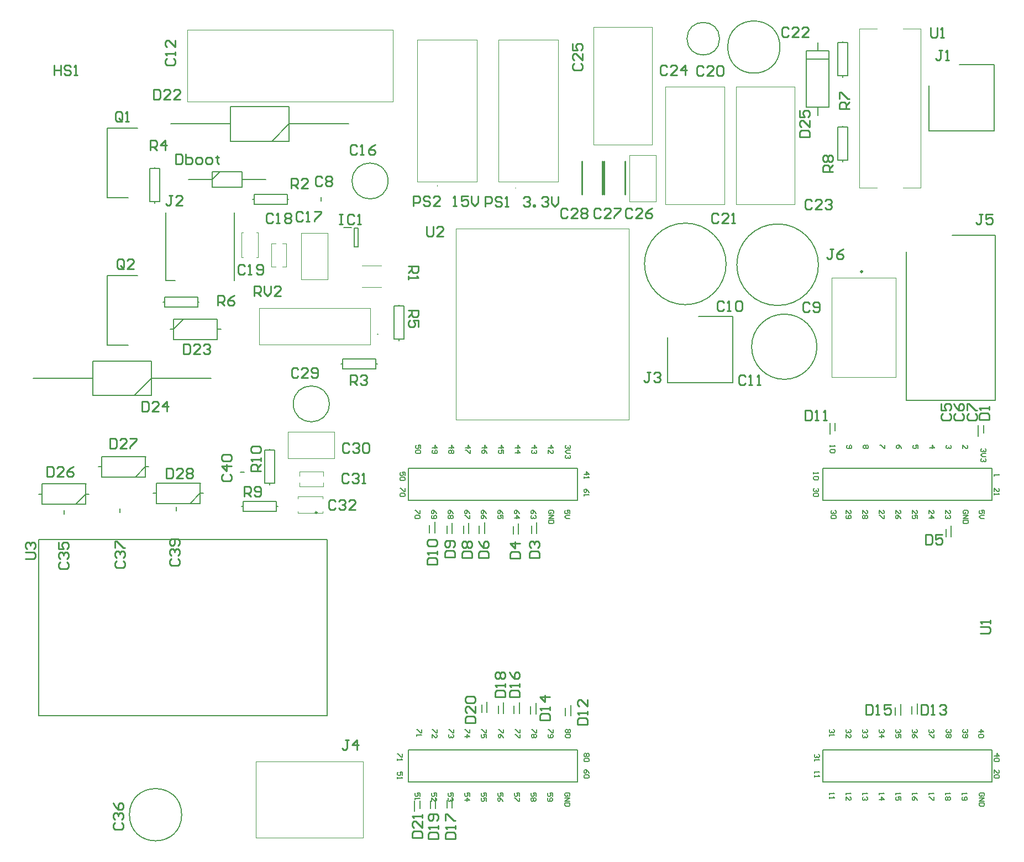
<source format=gto>
G04*
G04 #@! TF.GenerationSoftware,Altium Limited,Altium Designer,20.0.13 (296)*
G04*
G04 Layer_Color=65535*
%FSLAX24Y24*%
%MOIN*%
G70*
G01*
G75*
%ADD10C,0.0098*%
%ADD11C,0.0079*%
%ADD12C,0.0039*%
%ADD13C,0.0118*%
%ADD14C,0.0100*%
%ADD15C,0.0070*%
D10*
X18699Y20043D02*
G03*
X18699Y20043I-49J0D01*
G01*
D11*
X25961Y39733D02*
G03*
X25961Y39772I0J20D01*
G01*
D02*
G03*
X25961Y39733I0J-20D01*
G01*
X46625Y48139D02*
G03*
X46625Y48139I-1575J0D01*
G01*
X48853Y30050D02*
G03*
X48853Y30050I-1969J0D01*
G01*
X43376Y35050D02*
G03*
X43376Y35050I-2461J0D01*
G01*
X48945Y35000D02*
G03*
X48945Y35000I-2461J0D01*
G01*
X42984Y48644D02*
G03*
X42984Y48644I-984J0D01*
G01*
X10536Y1800D02*
G03*
X10536Y1800I-1575J0D01*
G01*
X22983Y40056D02*
G03*
X22983Y40056I-1083J0D01*
G01*
X19439Y26600D02*
G03*
X19439Y26600I-1083J0D01*
G01*
X22373Y30800D02*
G03*
X22333Y30800I-20J0D01*
G01*
D02*
G03*
X22373Y30800I20J0D01*
G01*
D02*
G03*
X22333Y30800I-20J0D01*
G01*
X18950Y38832D02*
Y39068D01*
X20322Y37241D02*
X20794D01*
X20932Y36079D02*
Y37221D01*
Y36079D02*
X21168D01*
Y37221D01*
X20932D02*
X21168D01*
X49200Y20775D02*
Y22725D01*
X59400D01*
Y20775D02*
Y22725D01*
X49200Y20775D02*
X59400D01*
X49200Y3775D02*
Y5725D01*
X59400D01*
Y3775D02*
Y5725D01*
X49200Y3775D02*
X59400D01*
X24200D02*
Y5725D01*
X34400D01*
Y3775D02*
Y5725D01*
X24200Y3775D02*
X34400D01*
X24200Y20775D02*
Y22725D01*
X34400D01*
Y20775D02*
Y22725D01*
X24200Y20775D02*
X34400D01*
X1899Y7787D02*
Y18417D01*
Y7787D02*
X19301D01*
Y18417D01*
X1899D02*
X19301D01*
X6041Y39050D02*
X7311D01*
X6041D02*
Y43250D01*
X7892D01*
X6030Y30150D02*
X7300D01*
X6030D02*
Y34350D01*
X7881D01*
X50400Y43300D02*
Y43390D01*
Y41210D02*
Y41300D01*
Y43300D02*
X50700D01*
Y41300D02*
Y43300D01*
X50100Y41300D02*
X50700D01*
X50100D02*
Y43300D01*
X50400D01*
X48900Y47900D02*
Y48400D01*
Y44000D02*
Y44500D01*
X49587D02*
Y47900D01*
X48213D02*
X49587D01*
X48213Y44500D02*
Y47900D01*
Y44500D02*
X49587D01*
X48213Y47400D02*
X49587D01*
X50400Y48400D02*
Y48490D01*
Y46310D02*
Y46400D01*
Y48400D02*
X50700D01*
Y46400D02*
Y48400D01*
X50100Y46400D02*
X50700D01*
X50100D02*
Y48400D01*
X50400D01*
X55600Y43091D02*
Y45800D01*
Y43091D02*
X59537D01*
Y47087D01*
X57450D02*
X59537D01*
X49957Y24964D02*
Y25436D01*
X49643Y24781D02*
Y25436D01*
X58907Y24839D02*
Y25312D01*
X58593Y24656D02*
Y25312D01*
X23650Y30410D02*
Y30500D01*
Y32500D02*
Y32590D01*
X23350Y30500D02*
X23650D01*
X23350D02*
Y32500D01*
X23950D01*
Y30500D02*
Y32500D01*
X23650Y30500D02*
X23950D01*
X15850Y21800D02*
X16150D01*
Y23800D01*
X15550D02*
X16150D01*
X15550Y21800D02*
Y23800D01*
Y21800D02*
X15850D01*
Y23800D02*
Y23890D01*
Y21710D02*
Y21800D01*
X14250Y20100D02*
Y20400D01*
Y20100D02*
X16250D01*
Y20700D01*
X14250D02*
X16250D01*
X14250Y20400D02*
Y20700D01*
X16250Y20400D02*
X16340D01*
X14160D02*
X14250D01*
X14082Y22465D02*
X14318D01*
X12679Y31100D02*
X12900D01*
X9850D02*
X10041D01*
X10651Y31710D01*
X10041Y30490D02*
Y31710D01*
X10036Y30480D02*
X12674D01*
X12679Y30490D02*
Y31710D01*
X10041D02*
X12679D01*
X1581Y28150D02*
X5173D01*
X8717D02*
X12309D01*
X7673Y27107D02*
X8717Y28150D01*
Y27107D02*
Y29193D01*
X5173D02*
X8717D01*
X5173Y27107D02*
Y29193D01*
Y27107D02*
X8717D01*
X31643Y18788D02*
Y19261D01*
X31957Y18788D02*
Y19444D01*
X30543Y18738D02*
Y19211D01*
X30857Y18738D02*
Y19394D01*
X56643Y18589D02*
Y19062D01*
X56957Y18589D02*
Y19245D01*
X28493Y18789D02*
Y19262D01*
X28807Y18789D02*
Y19445D01*
X27543Y18764D02*
Y19236D01*
X27857Y18764D02*
Y19419D01*
X26543Y18764D02*
Y19236D01*
X26857Y18764D02*
Y19419D01*
X25493Y18814D02*
Y19286D01*
X25807Y18814D02*
Y19469D01*
X26543Y2214D02*
Y2686D01*
X26857Y2214D02*
Y2869D01*
X25543Y2188D02*
Y2661D01*
X25857Y2188D02*
Y2844D01*
X24907Y2188D02*
Y2661D01*
X24593Y2005D02*
Y2661D01*
X28643Y7964D02*
Y8436D01*
X28957Y7964D02*
Y8619D01*
X29643Y7914D02*
Y8386D01*
X29957Y7914D02*
Y8569D01*
X30593Y7914D02*
Y8386D01*
X30907Y7914D02*
Y8569D01*
X31593Y7888D02*
Y8361D01*
X31907Y7888D02*
Y8544D01*
X33693Y7764D02*
Y8236D01*
X34007Y7764D02*
Y8419D01*
X54593Y7864D02*
Y8336D01*
X54907Y7864D02*
Y8519D01*
X53593Y7814D02*
Y8286D01*
X53907Y7814D02*
Y8469D01*
X39850Y27891D02*
Y30600D01*
Y27891D02*
X43787D01*
Y31887D01*
X41700D02*
X43787D01*
X3450Y19932D02*
Y20168D01*
X6800Y20032D02*
Y20268D01*
X8800Y21200D02*
X9021D01*
X11659D02*
X11850D01*
X11049Y20590D02*
X11659Y21200D01*
Y20590D02*
Y21810D01*
X9026Y21820D02*
X11664D01*
X9021Y20590D02*
Y21810D01*
Y20590D02*
X11659D01*
X5721Y22190D02*
X8359D01*
X5721D02*
Y23410D01*
X5726Y23420D02*
X8364D01*
X8359Y22190D02*
Y23410D01*
X7749Y22190D02*
X8359Y22800D01*
X8550D01*
X5500D02*
X5721D01*
X1900Y21150D02*
X2121D01*
X4759D02*
X4950D01*
X4149Y20540D02*
X4759Y21150D01*
Y20540D02*
Y21760D01*
X2126Y21770D02*
X4764D01*
X2121Y20540D02*
Y21760D01*
Y20540D02*
X4759D01*
X10200Y20132D02*
Y20368D01*
X57000Y36771D02*
X59598D01*
Y26803D02*
Y36771D01*
X54244Y26803D02*
X59598D01*
X54244D02*
Y35787D01*
X20160Y29000D02*
X20250D01*
X22250D02*
X22340D01*
X20250D02*
Y29300D01*
X22250D01*
Y28700D02*
Y29300D01*
X20250Y28700D02*
X22250D01*
X20250D02*
Y29000D01*
X11500Y32750D02*
X11590D01*
X9410D02*
X9500D01*
X11500Y32450D02*
Y32750D01*
X9500Y32450D02*
X11500D01*
X9500D02*
Y33050D01*
X11500D01*
Y32750D02*
Y33050D01*
X14810Y38950D02*
X14900D01*
X16900D02*
X16990D01*
X14900D02*
Y39250D01*
X16900D01*
Y38650D02*
Y39250D01*
X14900Y38650D02*
X16900D01*
X14900D02*
Y38950D01*
X13473Y42457D02*
X17017D01*
X13473D02*
Y44543D01*
X17017D01*
Y42457D02*
Y44543D01*
X15973Y42457D02*
X17017Y43500D01*
X20609D01*
X9881D02*
X13473D01*
X12363Y40618D02*
X14186D01*
Y39682D02*
Y40618D01*
X12363Y39682D02*
X14186D01*
X12363D02*
Y40618D01*
Y40150D02*
X12830Y40618D01*
X10947Y40150D02*
X12363D01*
X14186D02*
X15602D01*
X8600Y40800D02*
X8900D01*
X8600Y38800D02*
Y40800D01*
Y38800D02*
X9200D01*
Y40800D01*
X8900D02*
X9200D01*
X8900Y38710D02*
Y38800D01*
Y40800D02*
Y40890D01*
X13709Y34041D02*
Y38159D01*
X9591Y34041D02*
Y38159D01*
Y34041D02*
X10150D01*
D12*
X30664Y39619D02*
G03*
X30703Y39619I20J0D01*
G01*
D02*
G03*
X30664Y39619I-20J0D01*
G01*
X15018Y429D02*
X21482D01*
X15018D02*
Y5004D01*
X21482D01*
Y429D02*
Y5004D01*
X16950Y23299D02*
X19750D01*
X16950D02*
Y24901D01*
X19750D01*
Y23299D02*
Y24901D01*
X17657Y22247D02*
Y22503D01*
X19074D01*
Y22247D02*
Y22503D01*
X17657Y21597D02*
Y21853D01*
Y21597D02*
X19074D01*
Y21853D01*
X17550Y20894D02*
Y21000D01*
X19050D01*
Y20894D02*
Y21000D01*
X17550Y20000D02*
Y20106D01*
Y20000D02*
X19050D01*
Y20106D01*
X27083Y25632D02*
X37517D01*
X27083D02*
Y37168D01*
X37517D01*
Y25632D02*
Y37168D01*
X10886Y44835D02*
Y49165D01*
X23287D01*
Y44835D02*
Y49165D01*
X10886Y44835D02*
X23287D01*
X24740Y40009D02*
X28362D01*
Y48591D01*
X24740D02*
X28362D01*
X24740Y40009D02*
Y48591D01*
X29640Y40009D02*
X33262D01*
Y48591D01*
X29640D02*
X33262D01*
X29640Y40009D02*
Y48591D01*
X35378Y49346D02*
X38922D01*
X35378Y42259D02*
Y49346D01*
Y42259D02*
X38922D01*
Y49346D01*
X37549Y41600D02*
X39151D01*
X37549Y38800D02*
Y41600D01*
Y38800D02*
X39151D01*
Y41600D01*
X43978Y45741D02*
X47522D01*
X43978Y38654D02*
Y45741D01*
Y38654D02*
X47522D01*
Y45741D01*
X51400Y39646D02*
X52463D01*
X51400D02*
Y49252D01*
X52463D01*
X54037Y39646D02*
X55100D01*
Y49252D01*
X54037D02*
X55100D01*
X21409Y33641D02*
X22591D01*
X21409Y34959D02*
X22591D01*
X15044Y36950D02*
X15150D01*
Y35450D02*
Y36950D01*
X15044Y35450D02*
X15150D01*
X14150Y36950D02*
X14256D01*
X14150Y35450D02*
Y36950D01*
Y35450D02*
X14256D01*
X17749Y36900D02*
X19351D01*
X17749Y34100D02*
Y36900D01*
Y34100D02*
X19351D01*
Y36900D01*
X16597Y36293D02*
X16853D01*
Y34876D02*
Y36293D01*
X16597Y34876D02*
X16853D01*
X15947Y36293D02*
X16203D01*
X15947Y34876D02*
Y36293D01*
Y34876D02*
X16203D01*
X43272Y38659D02*
Y45746D01*
X39728Y38659D02*
X43272D01*
X39728D02*
Y45746D01*
X43272D01*
X53597Y28200D02*
Y34200D01*
X49739Y28200D02*
X53597D01*
X49739D02*
Y34200D01*
X53597D01*
X15227Y30190D02*
X21920D01*
X15227D02*
Y32394D01*
X21920D01*
Y30190D02*
Y32394D01*
D13*
X51550Y34546D02*
G03*
X51550Y34625I0J39D01*
G01*
D02*
G03*
X51550Y34546I0J-39D01*
G01*
D14*
X35926Y39250D02*
Y41250D01*
X34674Y39250D02*
Y41250D01*
X37276Y39250D02*
Y41250D01*
X36024Y39250D02*
Y41250D01*
X19000Y40250D02*
X18900Y40350D01*
X18700D01*
X18600Y40250D01*
Y39850D01*
X18700Y39750D01*
X18900D01*
X19000Y39850D01*
X19200Y40250D02*
X19300Y40350D01*
X19500D01*
X19600Y40250D01*
Y40150D01*
X19500Y40050D01*
X19600Y39950D01*
Y39850D01*
X19500Y39750D01*
X19300D01*
X19200Y39850D01*
Y39950D01*
X19300Y40050D01*
X19200Y40150D01*
Y40250D01*
X19300Y40050D02*
X19500D01*
X20050Y38050D02*
X20250D01*
X20150D01*
Y37450D01*
X20050D01*
X20250D01*
X20950Y37950D02*
X20850Y38050D01*
X20650D01*
X20550Y37950D01*
Y37550D01*
X20650Y37450D01*
X20850D01*
X20950Y37550D01*
X21150Y37450D02*
X21350D01*
X21250D01*
Y38050D01*
X21150Y37950D01*
X20600Y6300D02*
X20400D01*
X20500D01*
Y5800D01*
X20400Y5700D01*
X20300D01*
X20200Y5800D01*
X21100Y5700D02*
Y6300D01*
X20800Y6000D01*
X21200D01*
X58700Y12750D02*
X59200D01*
X59300Y12850D01*
Y13050D01*
X59200Y13150D01*
X58700D01*
X59300Y13350D02*
Y13550D01*
Y13450D01*
X58700D01*
X58800Y13350D01*
X20650Y24150D02*
X20550Y24250D01*
X20350D01*
X20250Y24150D01*
Y23750D01*
X20350Y23650D01*
X20550D01*
X20650Y23750D01*
X20850Y24150D02*
X20950Y24250D01*
X21150D01*
X21250Y24150D01*
Y24050D01*
X21150Y23950D01*
X21050D01*
X21150D01*
X21250Y23850D01*
Y23750D01*
X21150Y23650D01*
X20950D01*
X20850Y23750D01*
X21450Y24150D02*
X21550Y24250D01*
X21750D01*
X21850Y24150D01*
Y23750D01*
X21750Y23650D01*
X21550D01*
X21450Y23750D01*
Y24150D01*
X20600Y22300D02*
X20500Y22400D01*
X20300D01*
X20200Y22300D01*
Y21900D01*
X20300Y21800D01*
X20500D01*
X20600Y21900D01*
X20800Y22300D02*
X20900Y22400D01*
X21100D01*
X21200Y22300D01*
Y22200D01*
X21100Y22100D01*
X21000D01*
X21100D01*
X21200Y22000D01*
Y21900D01*
X21100Y21800D01*
X20900D01*
X20800Y21900D01*
X21400Y21800D02*
X21600D01*
X21500D01*
Y22400D01*
X21400Y22300D01*
X19800Y20700D02*
X19700Y20800D01*
X19500D01*
X19400Y20700D01*
Y20300D01*
X19500Y20200D01*
X19700D01*
X19800Y20300D01*
X20000Y20700D02*
X20100Y20800D01*
X20300D01*
X20400Y20700D01*
Y20600D01*
X20300Y20500D01*
X20200D01*
X20300D01*
X20400Y20400D01*
Y20300D01*
X20300Y20200D01*
X20100D01*
X20000Y20300D01*
X21000Y20200D02*
X20600D01*
X21000Y20600D01*
Y20700D01*
X20900Y20800D01*
X20700D01*
X20600Y20700D01*
X1100Y17250D02*
X1600D01*
X1700Y17350D01*
Y17550D01*
X1600Y17650D01*
X1100D01*
X1200Y17850D02*
X1100Y17950D01*
Y18150D01*
X1200Y18250D01*
X1300D01*
X1400Y18150D01*
Y18050D01*
Y18150D01*
X1500Y18250D01*
X1600D01*
X1700Y18150D01*
Y17950D01*
X1600Y17850D01*
X6950Y43750D02*
Y44150D01*
X6850Y44250D01*
X6650D01*
X6550Y44150D01*
Y43750D01*
X6650Y43650D01*
X6850D01*
X6750Y43850D02*
X6950Y43650D01*
X6850D02*
X6950Y43750D01*
X7150Y43650D02*
X7350D01*
X7250D01*
Y44250D01*
X7150Y44150D01*
X7050Y34850D02*
Y35250D01*
X6950Y35350D01*
X6750D01*
X6650Y35250D01*
Y34850D01*
X6750Y34750D01*
X6950D01*
X6850Y34950D02*
X7050Y34750D01*
X6950D02*
X7050Y34850D01*
X7650Y34750D02*
X7250D01*
X7650Y35150D01*
Y35250D01*
X7550Y35350D01*
X7350D01*
X7250Y35250D01*
X25300Y37300D02*
Y36800D01*
X25400Y36700D01*
X25600D01*
X25700Y36800D01*
Y37300D01*
X26300Y36700D02*
X25900D01*
X26300Y37100D01*
Y37200D01*
X26200Y37300D01*
X26000D01*
X25900Y37200D01*
X2850Y47050D02*
Y46450D01*
Y46750D01*
X3250D01*
Y47050D01*
Y46450D01*
X3850Y46950D02*
X3750Y47050D01*
X3550D01*
X3450Y46950D01*
Y46850D01*
X3550Y46750D01*
X3750D01*
X3850Y46650D01*
Y46550D01*
X3750Y46450D01*
X3550D01*
X3450Y46550D01*
X4050Y46450D02*
X4250D01*
X4150D01*
Y47050D01*
X4050Y46950D01*
X9650Y47450D02*
X9550Y47350D01*
Y47150D01*
X9650Y47050D01*
X10050D01*
X10150Y47150D01*
Y47350D01*
X10050Y47450D01*
X10150Y47650D02*
Y47850D01*
Y47750D01*
X9550D01*
X9650Y47650D01*
X10150Y48550D02*
Y48150D01*
X9750Y48550D01*
X9650D01*
X9550Y48450D01*
Y48250D01*
X9650Y48150D01*
X24501Y38550D02*
Y39150D01*
X24801D01*
X24901Y39050D01*
Y38850D01*
X24801Y38750D01*
X24501D01*
X25500Y39050D02*
X25400Y39150D01*
X25200D01*
X25100Y39050D01*
Y38950D01*
X25200Y38850D01*
X25400D01*
X25500Y38750D01*
Y38650D01*
X25400Y38550D01*
X25200D01*
X25100Y38650D01*
X26100Y38550D02*
X25700D01*
X26100Y38950D01*
Y39050D01*
X26000Y39150D01*
X25800D01*
X25700Y39050D01*
X26900Y38550D02*
X27100D01*
X27000D01*
Y39150D01*
X26900Y39050D01*
X27800Y39150D02*
X27400D01*
Y38850D01*
X27600Y38950D01*
X27700D01*
X27800Y38850D01*
Y38650D01*
X27700Y38550D01*
X27500D01*
X27400Y38650D01*
X27999Y39150D02*
Y38750D01*
X28199Y38550D01*
X28399Y38750D01*
Y39150D01*
X28851Y38500D02*
Y39100D01*
X29151D01*
X29251Y39000D01*
Y38800D01*
X29151Y38700D01*
X28851D01*
X29850Y39000D02*
X29750Y39100D01*
X29550D01*
X29451Y39000D01*
Y38900D01*
X29550Y38800D01*
X29750D01*
X29850Y38700D01*
Y38600D01*
X29750Y38500D01*
X29550D01*
X29451Y38600D01*
X30050Y38500D02*
X30250D01*
X30150D01*
Y39100D01*
X30050Y39000D01*
X31150D02*
X31250Y39100D01*
X31450D01*
X31550Y39000D01*
Y38900D01*
X31450Y38800D01*
X31350D01*
X31450D01*
X31550Y38700D01*
Y38600D01*
X31450Y38500D01*
X31250D01*
X31150Y38600D01*
X31750Y38500D02*
Y38600D01*
X31850D01*
Y38500D01*
X31750D01*
X32250Y39000D02*
X32350Y39100D01*
X32550D01*
X32649Y39000D01*
Y38900D01*
X32550Y38800D01*
X32450D01*
X32550D01*
X32649Y38700D01*
Y38600D01*
X32550Y38500D01*
X32350D01*
X32250Y38600D01*
X32849Y39100D02*
Y38700D01*
X33049Y38500D01*
X33249Y38700D01*
Y39100D01*
X34200Y47150D02*
X34100Y47050D01*
Y46850D01*
X34200Y46750D01*
X34600D01*
X34700Y46850D01*
Y47050D01*
X34600Y47150D01*
X34700Y47750D02*
Y47350D01*
X34300Y47750D01*
X34200D01*
X34100Y47650D01*
Y47450D01*
X34200Y47350D01*
X34100Y48350D02*
Y47950D01*
X34400D01*
X34300Y48150D01*
Y48250D01*
X34400Y48350D01*
X34600D01*
X34700Y48250D01*
Y48050D01*
X34600Y47950D01*
X33800Y38300D02*
X33700Y38400D01*
X33500D01*
X33400Y38300D01*
Y37900D01*
X33500Y37800D01*
X33700D01*
X33800Y37900D01*
X34400Y37800D02*
X34000D01*
X34400Y38200D01*
Y38300D01*
X34300Y38400D01*
X34100D01*
X34000Y38300D01*
X34600D02*
X34700Y38400D01*
X34900D01*
X35000Y38300D01*
Y38200D01*
X34900Y38100D01*
X35000Y38000D01*
Y37900D01*
X34900Y37800D01*
X34700D01*
X34600Y37900D01*
Y38000D01*
X34700Y38100D01*
X34600Y38200D01*
Y38300D01*
X34700Y38100D02*
X34900D01*
X35800Y38300D02*
X35700Y38400D01*
X35500D01*
X35400Y38300D01*
Y37900D01*
X35500Y37800D01*
X35700D01*
X35800Y37900D01*
X36400Y37800D02*
X36000D01*
X36400Y38200D01*
Y38300D01*
X36300Y38400D01*
X36100D01*
X36000Y38300D01*
X36600Y38400D02*
X37000D01*
Y38300D01*
X36600Y37900D01*
Y37800D01*
X37700Y38300D02*
X37600Y38400D01*
X37400D01*
X37300Y38300D01*
Y37900D01*
X37400Y37800D01*
X37600D01*
X37700Y37900D01*
X38300Y37800D02*
X37900D01*
X38300Y38200D01*
Y38300D01*
X38200Y38400D01*
X38000D01*
X37900Y38300D01*
X38900Y38400D02*
X38700Y38300D01*
X38500Y38100D01*
Y37900D01*
X38600Y37800D01*
X38800D01*
X38900Y37900D01*
Y38000D01*
X38800Y38100D01*
X38500D01*
X42000Y46900D02*
X41900Y47000D01*
X41700D01*
X41600Y46900D01*
Y46500D01*
X41700Y46400D01*
X41900D01*
X42000Y46500D01*
X42600Y46400D02*
X42200D01*
X42600Y46800D01*
Y46900D01*
X42500Y47000D01*
X42300D01*
X42200Y46900D01*
X42800D02*
X42900Y47000D01*
X43100D01*
X43200Y46900D01*
Y46500D01*
X43100Y46400D01*
X42900D01*
X42800Y46500D01*
Y46900D01*
X48550Y38850D02*
X48450Y38950D01*
X48250D01*
X48150Y38850D01*
Y38450D01*
X48250Y38350D01*
X48450D01*
X48550Y38450D01*
X49150Y38350D02*
X48750D01*
X49150Y38750D01*
Y38850D01*
X49050Y38950D01*
X48850D01*
X48750Y38850D01*
X49350D02*
X49450Y38950D01*
X49650D01*
X49750Y38850D01*
Y38750D01*
X49650Y38650D01*
X49550D01*
X49650D01*
X49750Y38550D01*
Y38450D01*
X49650Y38350D01*
X49450D01*
X49350Y38450D01*
X44550Y28250D02*
X44450Y28350D01*
X44250D01*
X44150Y28250D01*
Y27850D01*
X44250Y27750D01*
X44450D01*
X44550Y27850D01*
X44750Y27750D02*
X44950D01*
X44850D01*
Y28350D01*
X44750Y28250D01*
X45250Y27750D02*
X45450D01*
X45350D01*
Y28350D01*
X45250Y28250D01*
X43250Y32700D02*
X43150Y32800D01*
X42950D01*
X42850Y32700D01*
Y32300D01*
X42950Y32200D01*
X43150D01*
X43250Y32300D01*
X43450Y32200D02*
X43650D01*
X43550D01*
Y32800D01*
X43450Y32700D01*
X43950D02*
X44050Y32800D01*
X44250D01*
X44350Y32700D01*
Y32300D01*
X44250Y32200D01*
X44050D01*
X43950Y32300D01*
Y32700D01*
X48400Y32650D02*
X48300Y32750D01*
X48100D01*
X48000Y32650D01*
Y32250D01*
X48100Y32150D01*
X48300D01*
X48400Y32250D01*
X48600D02*
X48700Y32150D01*
X48900D01*
X49000Y32250D01*
Y32650D01*
X48900Y32750D01*
X48700D01*
X48600Y32650D01*
Y32550D01*
X48700Y32450D01*
X49000D01*
X47150Y49250D02*
X47050Y49350D01*
X46850D01*
X46750Y49250D01*
Y48850D01*
X46850Y48750D01*
X47050D01*
X47150Y48850D01*
X47750Y48750D02*
X47350D01*
X47750Y49150D01*
Y49250D01*
X47650Y49350D01*
X47450D01*
X47350Y49250D01*
X48350Y48750D02*
X47950D01*
X48350Y49150D01*
Y49250D01*
X48250Y49350D01*
X48050D01*
X47950Y49250D01*
X49800Y40600D02*
X49200D01*
Y40900D01*
X49300Y41000D01*
X49500D01*
X49600Y40900D01*
Y40600D01*
Y40800D02*
X49800Y41000D01*
X49300Y41200D02*
X49200Y41300D01*
Y41500D01*
X49300Y41600D01*
X49400D01*
X49500Y41500D01*
X49600Y41600D01*
X49700D01*
X49800Y41500D01*
Y41300D01*
X49700Y41200D01*
X49600D01*
X49500Y41300D01*
X49400Y41200D01*
X49300D01*
X49500Y41300D02*
Y41500D01*
X47800Y42700D02*
X48400D01*
Y43000D01*
X48300Y43100D01*
X47900D01*
X47800Y43000D01*
Y42700D01*
X48400Y43700D02*
Y43300D01*
X48000Y43700D01*
X47900D01*
X47800Y43600D01*
Y43400D01*
X47900Y43300D01*
X47800Y44300D02*
Y43900D01*
X48100D01*
X48000Y44100D01*
Y44200D01*
X48100Y44300D01*
X48300D01*
X48400Y44200D01*
Y44000D01*
X48300Y43900D01*
X50800Y44400D02*
X50200D01*
Y44700D01*
X50300Y44800D01*
X50500D01*
X50600Y44700D01*
Y44400D01*
Y44600D02*
X50800Y44800D01*
X50200Y45000D02*
Y45400D01*
X50300D01*
X50700Y45000D01*
X50800D01*
X55700Y49300D02*
Y48800D01*
X55800Y48700D01*
X56000D01*
X56100Y48800D01*
Y49300D01*
X56300Y48700D02*
X56500D01*
X56400D01*
Y49300D01*
X56300Y49200D01*
X56400Y47950D02*
X56200D01*
X56300D01*
Y47450D01*
X56200Y47350D01*
X56100D01*
X56000Y47450D01*
X56600Y47350D02*
X56800D01*
X56700D01*
Y47950D01*
X56600Y47850D01*
X48150Y26200D02*
Y25600D01*
X48450D01*
X48550Y25700D01*
Y26100D01*
X48450Y26200D01*
X48150D01*
X48750Y25600D02*
X48950D01*
X48850D01*
Y26200D01*
X48750Y26100D01*
X49250Y25600D02*
X49450D01*
X49350D01*
Y26200D01*
X49250Y26100D01*
X58650Y25650D02*
X59250D01*
Y25950D01*
X59150Y26050D01*
X58750D01*
X58650Y25950D01*
Y25650D01*
X59250Y26250D02*
Y26450D01*
Y26350D01*
X58650D01*
X58750Y26250D01*
X15300Y22550D02*
X14700D01*
Y22850D01*
X14800Y22950D01*
X15000D01*
X15100Y22850D01*
Y22550D01*
Y22750D02*
X15300Y22950D01*
Y23150D02*
Y23350D01*
Y23250D01*
X14700D01*
X14800Y23150D01*
Y23650D02*
X14700Y23750D01*
Y23950D01*
X14800Y24050D01*
X15200D01*
X15300Y23950D01*
Y23750D01*
X15200Y23650D01*
X14800D01*
X14300Y21000D02*
Y21600D01*
X14600D01*
X14700Y21500D01*
Y21300D01*
X14600Y21200D01*
X14300D01*
X14500D02*
X14700Y21000D01*
X14900Y21100D02*
X15000Y21000D01*
X15200D01*
X15300Y21100D01*
Y21500D01*
X15200Y21600D01*
X15000D01*
X14900Y21500D01*
Y21400D01*
X15000Y21300D01*
X15300D01*
X42900Y38000D02*
X42800Y38100D01*
X42600D01*
X42500Y38000D01*
Y37600D01*
X42600Y37500D01*
X42800D01*
X42900Y37600D01*
X43500Y37500D02*
X43100D01*
X43500Y37900D01*
Y38000D01*
X43400Y38100D01*
X43200D01*
X43100Y38000D01*
X43700Y37500D02*
X43900D01*
X43800D01*
Y38100D01*
X43700Y38000D01*
X24200Y34900D02*
X24800D01*
Y34600D01*
X24700Y34500D01*
X24500D01*
X24400Y34600D01*
Y34900D01*
Y34700D02*
X24200Y34500D01*
Y34300D02*
Y34100D01*
Y34200D01*
X24800D01*
X24700Y34300D01*
X10179Y41670D02*
Y41070D01*
X10479D01*
X10579Y41170D01*
Y41570D01*
X10479Y41670D01*
X10179D01*
X10779D02*
Y41070D01*
X11079D01*
X11178Y41170D01*
Y41270D01*
Y41370D01*
X11079Y41470D01*
X10779D01*
X11478Y41070D02*
X11678D01*
X11778Y41170D01*
Y41370D01*
X11678Y41470D01*
X11478D01*
X11378Y41370D01*
Y41170D01*
X11478Y41070D01*
X12078D02*
X12278D01*
X12378Y41170D01*
Y41370D01*
X12278Y41470D01*
X12078D01*
X11978Y41370D01*
Y41170D01*
X12078Y41070D01*
X12678Y41570D02*
Y41470D01*
X12578D01*
X12778D01*
X12678D01*
Y41170D01*
X12778Y41070D01*
X8150Y26750D02*
Y26150D01*
X8450D01*
X8550Y26250D01*
Y26650D01*
X8450Y26750D01*
X8150D01*
X9150Y26150D02*
X8750D01*
X9150Y26550D01*
Y26650D01*
X9050Y26750D01*
X8850D01*
X8750Y26650D01*
X9650Y26150D02*
Y26750D01*
X9350Y26450D01*
X9750D01*
X10650Y30200D02*
Y29600D01*
X10950D01*
X11050Y29700D01*
Y30100D01*
X10950Y30200D01*
X10650D01*
X11650Y29600D02*
X11250D01*
X11650Y30000D01*
Y30100D01*
X11550Y30200D01*
X11350D01*
X11250Y30100D01*
X11850D02*
X11950Y30200D01*
X12150D01*
X12250Y30100D01*
Y30000D01*
X12150Y29900D01*
X12050D01*
X12150D01*
X12250Y29800D01*
Y29700D01*
X12150Y29600D01*
X11950D01*
X11850Y29700D01*
X8850Y45590D02*
Y44990D01*
X9150D01*
X9250Y45090D01*
Y45490D01*
X9150Y45590D01*
X8850D01*
X9850Y44990D02*
X9450D01*
X9850Y45390D01*
Y45490D01*
X9750Y45590D01*
X9550D01*
X9450Y45490D01*
X10450Y44990D02*
X10050D01*
X10450Y45390D01*
Y45490D01*
X10350Y45590D01*
X10150D01*
X10050Y45490D01*
X14350Y34900D02*
X14250Y35000D01*
X14050D01*
X13950Y34900D01*
Y34500D01*
X14050Y34400D01*
X14250D01*
X14350Y34500D01*
X14550Y34400D02*
X14750D01*
X14650D01*
Y35000D01*
X14550Y34900D01*
X15050Y34500D02*
X15150Y34400D01*
X15350D01*
X15450Y34500D01*
Y34900D01*
X15350Y35000D01*
X15150D01*
X15050Y34900D01*
Y34800D01*
X15150Y34700D01*
X15450D01*
X16030Y38018D02*
X15930Y38118D01*
X15730D01*
X15630Y38018D01*
Y37618D01*
X15730Y37518D01*
X15930D01*
X16030Y37618D01*
X16230Y37518D02*
X16430D01*
X16330D01*
Y38118D01*
X16230Y38018D01*
X16730D02*
X16830Y38118D01*
X17030D01*
X17130Y38018D01*
Y37918D01*
X17030Y37818D01*
X17130Y37718D01*
Y37618D01*
X17030Y37518D01*
X16830D01*
X16730Y37618D01*
Y37718D01*
X16830Y37818D01*
X16730Y37918D01*
Y38018D01*
X16830Y37818D02*
X17030D01*
X17840Y38110D02*
X17740Y38210D01*
X17540D01*
X17440Y38110D01*
Y37710D01*
X17540Y37610D01*
X17740D01*
X17840Y37710D01*
X18040Y37610D02*
X18240D01*
X18140D01*
Y38210D01*
X18040Y38110D01*
X18540Y38210D02*
X18940D01*
Y38110D01*
X18540Y37710D01*
Y37610D01*
X21110Y42150D02*
X21010Y42250D01*
X20810D01*
X20710Y42150D01*
Y41750D01*
X20810Y41650D01*
X21010D01*
X21110Y41750D01*
X21310Y41650D02*
X21510D01*
X21410D01*
Y42250D01*
X21310Y42150D01*
X22210Y42250D02*
X22010Y42150D01*
X21810Y41950D01*
Y41750D01*
X21910Y41650D01*
X22110D01*
X22210Y41750D01*
Y41850D01*
X22110Y41950D01*
X21810D01*
X9600Y22700D02*
Y22100D01*
X9900D01*
X10000Y22200D01*
Y22600D01*
X9900Y22700D01*
X9600D01*
X10600Y22100D02*
X10200D01*
X10600Y22500D01*
Y22600D01*
X10500Y22700D01*
X10300D01*
X10200Y22600D01*
X10800D02*
X10900Y22700D01*
X11100D01*
X11200Y22600D01*
Y22500D01*
X11100Y22400D01*
X11200Y22300D01*
Y22200D01*
X11100Y22100D01*
X10900D01*
X10800Y22200D01*
Y22300D01*
X10900Y22400D01*
X10800Y22500D01*
Y22600D01*
X10900Y22400D02*
X11100D01*
X6200Y24500D02*
Y23900D01*
X6500D01*
X6600Y24000D01*
Y24400D01*
X6500Y24500D01*
X6200D01*
X7200Y23900D02*
X6800D01*
X7200Y24300D01*
Y24400D01*
X7100Y24500D01*
X6900D01*
X6800Y24400D01*
X7400Y24500D02*
X7800D01*
Y24400D01*
X7400Y24000D01*
Y23900D01*
X2400Y22800D02*
Y22200D01*
X2700D01*
X2800Y22300D01*
Y22700D01*
X2700Y22800D01*
X2400D01*
X3400Y22200D02*
X3000D01*
X3400Y22600D01*
Y22700D01*
X3300Y22800D01*
X3100D01*
X3000Y22700D01*
X4000Y22800D02*
X3800Y22700D01*
X3600Y22500D01*
Y22300D01*
X3700Y22200D01*
X3900D01*
X4000Y22300D01*
Y22400D01*
X3900Y22500D01*
X3600D01*
X6500Y1300D02*
X6400Y1200D01*
Y1000D01*
X6500Y900D01*
X6900D01*
X7000Y1000D01*
Y1200D01*
X6900Y1300D01*
X6500Y1500D02*
X6400Y1600D01*
Y1800D01*
X6500Y1900D01*
X6600D01*
X6700Y1800D01*
Y1700D01*
Y1800D01*
X6800Y1900D01*
X6900D01*
X7000Y1800D01*
Y1600D01*
X6900Y1500D01*
X6400Y2500D02*
X6500Y2300D01*
X6700Y2100D01*
X6900D01*
X7000Y2200D01*
Y2400D01*
X6900Y2500D01*
X6800D01*
X6700Y2400D01*
Y2100D01*
X14917Y33104D02*
Y33704D01*
X15217D01*
X15317Y33604D01*
Y33404D01*
X15217Y33304D01*
X14917D01*
X15117D02*
X15317Y33104D01*
X15517Y33704D02*
Y33304D01*
X15717Y33104D01*
X15917Y33304D01*
Y33704D01*
X16517Y33104D02*
X16117D01*
X16517Y33504D01*
Y33604D01*
X16417Y33704D01*
X16217D01*
X16117Y33604D01*
X17150Y39600D02*
Y40200D01*
X17450D01*
X17550Y40100D01*
Y39900D01*
X17450Y39800D01*
X17150D01*
X17350D02*
X17550Y39600D01*
X18150D02*
X17750D01*
X18150Y40000D01*
Y40100D01*
X18050Y40200D01*
X17850D01*
X17750Y40100D01*
X24200Y32250D02*
X24800D01*
Y31950D01*
X24700Y31850D01*
X24500D01*
X24400Y31950D01*
Y32250D01*
Y32050D02*
X24200Y31850D01*
X24800Y31250D02*
Y31650D01*
X24500D01*
X24600Y31450D01*
Y31350D01*
X24500Y31250D01*
X24300D01*
X24200Y31350D01*
Y31550D01*
X24300Y31650D01*
X8660Y41920D02*
Y42520D01*
X8960D01*
X9060Y42420D01*
Y42220D01*
X8960Y42120D01*
X8660D01*
X8860D02*
X9060Y41920D01*
X9560D02*
Y42520D01*
X9260Y42220D01*
X9660D01*
X20700Y27750D02*
Y28350D01*
X21000D01*
X21100Y28250D01*
Y28050D01*
X21000Y27950D01*
X20700D01*
X20900D02*
X21100Y27750D01*
X21300Y28250D02*
X21400Y28350D01*
X21600D01*
X21700Y28250D01*
Y28150D01*
X21600Y28050D01*
X21500D01*
X21600D01*
X21700Y27950D01*
Y27850D01*
X21600Y27750D01*
X21400D01*
X21300Y27850D01*
X12700Y32550D02*
Y33150D01*
X13000D01*
X13100Y33050D01*
Y32850D01*
X13000Y32750D01*
X12700D01*
X12900D02*
X13100Y32550D01*
X13700Y33150D02*
X13500Y33050D01*
X13300Y32850D01*
Y32650D01*
X13400Y32550D01*
X13600D01*
X13700Y32650D01*
Y32750D01*
X13600Y32850D01*
X13300D01*
X38800Y28500D02*
X38600D01*
X38700D01*
Y28000D01*
X38600Y27900D01*
X38500D01*
X38400Y28000D01*
X39000Y28400D02*
X39100Y28500D01*
X39300D01*
X39400Y28400D01*
Y28300D01*
X39300Y28200D01*
X39200D01*
X39300D01*
X39400Y28100D01*
Y28000D01*
X39300Y27900D01*
X39100D01*
X39000Y28000D01*
X49830Y35940D02*
X49630D01*
X49730D01*
Y35440D01*
X49630Y35340D01*
X49530D01*
X49430Y35440D01*
X50430Y35940D02*
X50230Y35840D01*
X50030Y35640D01*
Y35440D01*
X50130Y35340D01*
X50330D01*
X50430Y35440D01*
Y35540D01*
X50330Y35640D01*
X50030D01*
X58850Y38050D02*
X58650D01*
X58750D01*
Y37550D01*
X58650Y37450D01*
X58550D01*
X58450Y37550D01*
X59450Y38050D02*
X59050D01*
Y37750D01*
X59250Y37850D01*
X59350D01*
X59450Y37750D01*
Y37550D01*
X59350Y37450D01*
X59150D01*
X59050Y37550D01*
X9980Y39170D02*
X9780D01*
X9880D01*
Y38670D01*
X9780Y38570D01*
X9680D01*
X9580Y38670D01*
X10580Y38570D02*
X10180D01*
X10580Y38970D01*
Y39070D01*
X10480Y39170D01*
X10280D01*
X10180Y39070D01*
X26400Y17350D02*
X27000D01*
Y17650D01*
X26900Y17750D01*
X26500D01*
X26400Y17650D01*
Y17350D01*
X26900Y17950D02*
X27000Y18050D01*
Y18250D01*
X26900Y18350D01*
X26500D01*
X26400Y18250D01*
Y18050D01*
X26500Y17950D01*
X26600D01*
X26700Y18050D01*
Y18350D01*
X30300Y8900D02*
X30900D01*
Y9200D01*
X30800Y9300D01*
X30400D01*
X30300Y9200D01*
Y8900D01*
X30900Y9500D02*
Y9700D01*
Y9600D01*
X30300D01*
X30400Y9500D01*
X30300Y10400D02*
X30400Y10200D01*
X30600Y10000D01*
X30800D01*
X30900Y10100D01*
Y10300D01*
X30800Y10400D01*
X30700D01*
X30600Y10300D01*
Y10000D01*
X27450Y17326D02*
X28050D01*
Y17626D01*
X27950Y17726D01*
X27550D01*
X27450Y17626D01*
Y17326D01*
X27550Y17926D02*
X27450Y18026D01*
Y18225D01*
X27550Y18325D01*
X27650D01*
X27750Y18225D01*
X27850Y18325D01*
X27950D01*
X28050Y18225D01*
Y18026D01*
X27950Y17926D01*
X27850D01*
X27750Y18026D01*
X27650Y17926D01*
X27550D01*
X27750Y18026D02*
Y18225D01*
X30350Y17275D02*
X30950D01*
Y17574D01*
X30850Y17674D01*
X30450D01*
X30350Y17574D01*
Y17275D01*
X30950Y18174D02*
X30350D01*
X30650Y17874D01*
Y18274D01*
X27650Y7350D02*
X28250D01*
Y7650D01*
X28150Y7750D01*
X27750D01*
X27650Y7650D01*
Y7350D01*
X28250Y8350D02*
Y7950D01*
X27850Y8350D01*
X27750D01*
X27650Y8250D01*
Y8050D01*
X27750Y7950D01*
Y8550D02*
X27650Y8650D01*
Y8850D01*
X27750Y8950D01*
X28150D01*
X28250Y8850D01*
Y8650D01*
X28150Y8550D01*
X27750D01*
X28450Y17326D02*
X29050D01*
Y17626D01*
X28950Y17726D01*
X28550D01*
X28450Y17626D01*
Y17326D01*
Y18325D02*
X28550Y18125D01*
X28750Y17926D01*
X28950D01*
X29050Y18026D01*
Y18225D01*
X28950Y18325D01*
X28850D01*
X28750Y18225D01*
Y17926D01*
X25400Y350D02*
X26000D01*
Y650D01*
X25900Y750D01*
X25500D01*
X25400Y650D01*
Y350D01*
X26000Y950D02*
Y1150D01*
Y1050D01*
X25400D01*
X25500Y950D01*
X25900Y1450D02*
X26000Y1550D01*
Y1750D01*
X25900Y1850D01*
X25500D01*
X25400Y1750D01*
Y1550D01*
X25500Y1450D01*
X25600D01*
X25700Y1550D01*
Y1850D01*
X55150Y8450D02*
Y7850D01*
X55450D01*
X55550Y7950D01*
Y8350D01*
X55450Y8450D01*
X55150D01*
X55750Y7850D02*
X55950D01*
X55850D01*
Y8450D01*
X55750Y8350D01*
X56250D02*
X56350Y8450D01*
X56550D01*
X56650Y8350D01*
Y8250D01*
X56550Y8150D01*
X56450D01*
X56550D01*
X56650Y8050D01*
Y7950D01*
X56550Y7850D01*
X56350D01*
X56250Y7950D01*
X26450Y350D02*
X27050D01*
Y650D01*
X26950Y750D01*
X26550D01*
X26450Y650D01*
Y350D01*
X27050Y950D02*
Y1150D01*
Y1050D01*
X26450D01*
X26550Y950D01*
X26450Y1450D02*
Y1850D01*
X26550D01*
X26950Y1450D01*
X27050D01*
X25350Y16900D02*
X25950D01*
Y17200D01*
X25850Y17300D01*
X25450D01*
X25350Y17200D01*
Y16900D01*
X25950Y17500D02*
Y17700D01*
Y17600D01*
X25350D01*
X25450Y17500D01*
Y18000D02*
X25350Y18100D01*
Y18300D01*
X25450Y18400D01*
X25850D01*
X25950Y18300D01*
Y18100D01*
X25850Y18000D01*
X25450D01*
X32150Y7500D02*
X32750D01*
Y7800D01*
X32650Y7900D01*
X32250D01*
X32150Y7800D01*
Y7500D01*
X32750Y8100D02*
Y8300D01*
Y8200D01*
X32150D01*
X32250Y8100D01*
X32750Y8900D02*
X32150D01*
X32450Y8600D01*
Y9000D01*
X24450Y400D02*
X25050D01*
Y700D01*
X24950Y800D01*
X24550D01*
X24450Y700D01*
Y400D01*
X25050Y1400D02*
Y1000D01*
X24650Y1400D01*
X24550D01*
X24450Y1300D01*
Y1100D01*
X24550Y1000D01*
X25050Y1600D02*
Y1800D01*
Y1700D01*
X24450D01*
X24550Y1600D01*
X55400Y18700D02*
Y18100D01*
X55700D01*
X55800Y18200D01*
Y18600D01*
X55700Y18700D01*
X55400D01*
X56400D02*
X56000D01*
Y18400D01*
X56200Y18500D01*
X56300D01*
X56400Y18400D01*
Y18200D01*
X56300Y18100D01*
X56100D01*
X56000Y18200D01*
X51800Y8450D02*
Y7850D01*
X52100D01*
X52200Y7950D01*
Y8350D01*
X52100Y8450D01*
X51800D01*
X52400Y7850D02*
X52600D01*
X52500D01*
Y8450D01*
X52400Y8350D01*
X53300Y8450D02*
X52900D01*
Y8150D01*
X53100Y8250D01*
X53200D01*
X53300Y8150D01*
Y7950D01*
X53200Y7850D01*
X53000D01*
X52900Y7950D01*
X34400Y7250D02*
X35000D01*
Y7550D01*
X34900Y7650D01*
X34500D01*
X34400Y7550D01*
Y7250D01*
X35000Y7850D02*
Y8050D01*
Y7950D01*
X34400D01*
X34500Y7850D01*
X35000Y8750D02*
Y8350D01*
X34600Y8750D01*
X34500D01*
X34400Y8650D01*
Y8450D01*
X34500Y8350D01*
X29450Y8900D02*
X30050D01*
Y9200D01*
X29950Y9300D01*
X29550D01*
X29450Y9200D01*
Y8900D01*
X30050Y9500D02*
Y9700D01*
Y9600D01*
X29450D01*
X29550Y9500D01*
Y10000D02*
X29450Y10100D01*
Y10300D01*
X29550Y10400D01*
X29650D01*
X29750Y10300D01*
X29850Y10400D01*
X29950D01*
X30050Y10300D01*
Y10100D01*
X29950Y10000D01*
X29850D01*
X29750Y10100D01*
X29650Y10000D01*
X29550D01*
X29750Y10100D02*
Y10300D01*
X31500Y17325D02*
X32100D01*
Y17624D01*
X32000Y17724D01*
X31600D01*
X31500Y17624D01*
Y17325D01*
X31600Y17924D02*
X31500Y18024D01*
Y18224D01*
X31600Y18324D01*
X31700D01*
X31800Y18224D01*
Y18124D01*
Y18224D01*
X31900Y18324D01*
X32000D01*
X32100Y18224D01*
Y18024D01*
X32000Y17924D01*
X6600Y17100D02*
X6500Y17000D01*
Y16800D01*
X6600Y16700D01*
X7000D01*
X7100Y16800D01*
Y17000D01*
X7000Y17100D01*
X6600Y17300D02*
X6500Y17400D01*
Y17600D01*
X6600Y17700D01*
X6700D01*
X6800Y17600D01*
Y17500D01*
Y17600D01*
X6900Y17700D01*
X7000D01*
X7100Y17600D01*
Y17400D01*
X7000Y17300D01*
X6500Y17900D02*
Y18300D01*
X6600D01*
X7000Y17900D01*
X7100D01*
X3200Y17050D02*
X3100Y16950D01*
Y16750D01*
X3200Y16650D01*
X3600D01*
X3700Y16750D01*
Y16950D01*
X3600Y17050D01*
X3200Y17250D02*
X3100Y17350D01*
Y17550D01*
X3200Y17650D01*
X3300D01*
X3400Y17550D01*
Y17450D01*
Y17550D01*
X3500Y17650D01*
X3600D01*
X3700Y17550D01*
Y17350D01*
X3600Y17250D01*
X3100Y18250D02*
Y17850D01*
X3400D01*
X3300Y18050D01*
Y18150D01*
X3400Y18250D01*
X3600D01*
X3700Y18150D01*
Y17950D01*
X3600Y17850D01*
X13050Y22350D02*
X12950Y22250D01*
Y22050D01*
X13050Y21950D01*
X13450D01*
X13550Y22050D01*
Y22250D01*
X13450Y22350D01*
X13550Y22850D02*
X12950D01*
X13250Y22550D01*
Y22950D01*
X13050Y23150D02*
X12950Y23250D01*
Y23450D01*
X13050Y23550D01*
X13450D01*
X13550Y23450D01*
Y23250D01*
X13450Y23150D01*
X13050D01*
X17562Y28690D02*
X17463Y28790D01*
X17263D01*
X17163Y28690D01*
Y28290D01*
X17263Y28190D01*
X17463D01*
X17562Y28290D01*
X18162Y28190D02*
X17762D01*
X18162Y28590D01*
Y28690D01*
X18062Y28790D01*
X17862D01*
X17762Y28690D01*
X18362Y28290D02*
X18462Y28190D01*
X18662D01*
X18762Y28290D01*
Y28690D01*
X18662Y28790D01*
X18462D01*
X18362Y28690D01*
Y28590D01*
X18462Y28490D01*
X18762D01*
X9900Y17250D02*
X9800Y17150D01*
Y16950D01*
X9900Y16850D01*
X10300D01*
X10400Y16950D01*
Y17150D01*
X10300Y17250D01*
X9900Y17450D02*
X9800Y17550D01*
Y17750D01*
X9900Y17850D01*
X10000D01*
X10100Y17750D01*
Y17650D01*
Y17750D01*
X10200Y17850D01*
X10300D01*
X10400Y17750D01*
Y17550D01*
X10300Y17450D01*
Y18050D02*
X10400Y18150D01*
Y18350D01*
X10300Y18450D01*
X9900D01*
X9800Y18350D01*
Y18150D01*
X9900Y18050D01*
X10000D01*
X10100Y18150D01*
Y18450D01*
X58000Y26000D02*
X57900Y25900D01*
Y25700D01*
X58000Y25600D01*
X58400D01*
X58500Y25700D01*
Y25900D01*
X58400Y26000D01*
X57900Y26200D02*
Y26600D01*
X58000D01*
X58400Y26200D01*
X58500D01*
X56450Y26000D02*
X56350Y25900D01*
Y25700D01*
X56450Y25600D01*
X56850D01*
X56950Y25700D01*
Y25900D01*
X56850Y26000D01*
X56350Y26600D02*
Y26200D01*
X56650D01*
X56550Y26400D01*
Y26500D01*
X56650Y26600D01*
X56850D01*
X56950Y26500D01*
Y26300D01*
X56850Y26200D01*
X57200Y26000D02*
X57100Y25900D01*
Y25700D01*
X57200Y25600D01*
X57600D01*
X57700Y25700D01*
Y25900D01*
X57600Y26000D01*
X57100Y26600D02*
X57200Y26400D01*
X57400Y26200D01*
X57600D01*
X57700Y26300D01*
Y26500D01*
X57600Y26600D01*
X57500D01*
X57400Y26500D01*
Y26200D01*
X39810Y46960D02*
X39710Y47060D01*
X39510D01*
X39410Y46960D01*
Y46560D01*
X39510Y46460D01*
X39710D01*
X39810Y46560D01*
X40410Y46460D02*
X40010D01*
X40410Y46860D01*
Y46960D01*
X40310Y47060D01*
X40110D01*
X40010Y46960D01*
X40910Y46460D02*
Y47060D01*
X40610Y46760D01*
X41009D01*
D15*
X31936Y6951D02*
Y6752D01*
X31886D01*
X31687Y6951D01*
X31637D01*
X31886Y6652D02*
X31936Y6602D01*
Y6502D01*
X31886Y6452D01*
X31836D01*
X31787Y6502D01*
X31737Y6452D01*
X31687D01*
X31637Y6502D01*
Y6602D01*
X31687Y6652D01*
X31737D01*
X31787Y6602D01*
X31836Y6652D01*
X31886D01*
X31787Y6602D02*
Y6502D01*
X32936Y6951D02*
Y6752D01*
X32886D01*
X32687Y6951D01*
X32637D01*
X32687Y6652D02*
X32637Y6602D01*
Y6502D01*
X32687Y6452D01*
X32886D01*
X32936Y6502D01*
Y6602D01*
X32886Y6652D01*
X32836D01*
X32787Y6602D01*
Y6452D01*
X57900Y6951D02*
X57950Y6902D01*
Y6802D01*
X57900Y6752D01*
X57850D01*
X57800Y6802D01*
Y6852D01*
Y6802D01*
X57750Y6752D01*
X57700D01*
X57650Y6802D01*
Y6902D01*
X57700Y6951D01*
Y6652D02*
X57650Y6602D01*
Y6502D01*
X57700Y6452D01*
X57900D01*
X57950Y6502D01*
Y6602D01*
X57900Y6652D01*
X57850D01*
X57800Y6602D01*
Y6452D01*
X56900Y6951D02*
X56950Y6902D01*
Y6802D01*
X56900Y6752D01*
X56850D01*
X56800Y6802D01*
Y6852D01*
Y6802D01*
X56750Y6752D01*
X56700D01*
X56650Y6802D01*
Y6902D01*
X56700Y6951D01*
X56900Y6652D02*
X56950Y6602D01*
Y6502D01*
X56900Y6452D01*
X56850D01*
X56800Y6502D01*
X56750Y6452D01*
X56700D01*
X56650Y6502D01*
Y6602D01*
X56700Y6652D01*
X56750D01*
X56800Y6602D01*
X56850Y6652D01*
X56900D01*
X56800Y6602D02*
Y6502D01*
X52600Y19966D02*
Y20166D01*
X52800Y19966D01*
X52850D01*
X52900Y20016D01*
Y20116D01*
X52850Y20166D01*
X52900Y19866D02*
Y19666D01*
X52850D01*
X52650Y19866D01*
X52600D01*
X57600Y3119D02*
Y3019D01*
Y3069D01*
X57900D01*
X57850Y3119D01*
X57650Y2869D02*
X57600Y2819D01*
Y2719D01*
X57650Y2669D01*
X57850D01*
X57900Y2719D01*
Y2819D01*
X57850Y2869D01*
X57800D01*
X57750Y2819D01*
Y2669D01*
X32900Y2919D02*
Y3119D01*
X32750D01*
X32800Y3019D01*
Y2969D01*
X32750Y2919D01*
X32650D01*
X32600Y2969D01*
Y3069D01*
X32650Y3119D01*
Y2819D02*
X32600Y2769D01*
Y2669D01*
X32650Y2619D01*
X32850D01*
X32900Y2669D01*
Y2769D01*
X32850Y2819D01*
X32800D01*
X32750Y2769D01*
Y2619D01*
X49600Y3119D02*
Y3019D01*
Y3069D01*
X49900D01*
X49850Y3119D01*
X49600Y2869D02*
Y2769D01*
Y2819D01*
X49900D01*
X49850Y2869D01*
X50600Y3119D02*
Y3019D01*
Y3069D01*
X50900D01*
X50850Y3119D01*
X50600Y2669D02*
Y2869D01*
X50800Y2669D01*
X50850D01*
X50900Y2719D01*
Y2819D01*
X50850Y2869D01*
X51600Y3119D02*
Y3019D01*
Y3069D01*
X51900D01*
X51850Y3119D01*
Y2869D02*
X51900Y2819D01*
Y2719D01*
X51850Y2669D01*
X51800D01*
X51750Y2719D01*
Y2769D01*
Y2719D01*
X51700Y2669D01*
X51650D01*
X51600Y2719D01*
Y2819D01*
X51650Y2869D01*
X53600Y3119D02*
Y3019D01*
Y3069D01*
X53900D01*
X53850Y3119D01*
X53900Y2669D02*
Y2869D01*
X53750D01*
X53800Y2769D01*
Y2719D01*
X53750Y2669D01*
X53650D01*
X53600Y2719D01*
Y2819D01*
X53650Y2869D01*
X54600Y3119D02*
Y3019D01*
Y3069D01*
X54900D01*
X54850Y3119D01*
X54900Y2669D02*
X54850Y2769D01*
X54750Y2869D01*
X54650D01*
X54600Y2819D01*
Y2719D01*
X54650Y2669D01*
X54700D01*
X54750Y2719D01*
Y2869D01*
X55600Y3119D02*
Y3019D01*
Y3069D01*
X55900D01*
X55850Y3119D01*
X55900Y2869D02*
Y2669D01*
X55850D01*
X55650Y2869D01*
X55600D01*
X56600Y3119D02*
Y3019D01*
Y3069D01*
X56900D01*
X56850Y3119D01*
Y2869D02*
X56900Y2819D01*
Y2719D01*
X56850Y2669D01*
X56800D01*
X56750Y2719D01*
X56700Y2669D01*
X56650D01*
X56600Y2719D01*
Y2819D01*
X56650Y2869D01*
X56700D01*
X56750Y2819D01*
X56800Y2869D01*
X56850D01*
X56750Y2819D02*
Y2719D01*
X49850Y6951D02*
X49900Y6902D01*
Y6802D01*
X49850Y6752D01*
X49800D01*
X49750Y6802D01*
Y6852D01*
Y6802D01*
X49700Y6752D01*
X49650D01*
X49600Y6802D01*
Y6902D01*
X49650Y6951D01*
X49600Y6652D02*
Y6552D01*
Y6602D01*
X49900D01*
X49850Y6652D01*
X50850Y6951D02*
X50900Y6902D01*
Y6802D01*
X50850Y6752D01*
X50800D01*
X50750Y6802D01*
Y6852D01*
Y6802D01*
X50700Y6752D01*
X50650D01*
X50600Y6802D01*
Y6902D01*
X50650Y6951D01*
X50600Y6452D02*
Y6652D01*
X50800Y6452D01*
X50850D01*
X50900Y6502D01*
Y6602D01*
X50850Y6652D01*
X51850Y6951D02*
X51900Y6902D01*
Y6802D01*
X51850Y6752D01*
X51800D01*
X51750Y6802D01*
Y6852D01*
Y6802D01*
X51700Y6752D01*
X51650D01*
X51600Y6802D01*
Y6902D01*
X51650Y6951D01*
X51850Y6652D02*
X51900Y6602D01*
Y6502D01*
X51850Y6452D01*
X51800D01*
X51750Y6502D01*
Y6552D01*
Y6502D01*
X51700Y6452D01*
X51650D01*
X51600Y6502D01*
Y6602D01*
X51650Y6652D01*
X52850Y6951D02*
X52900Y6902D01*
Y6802D01*
X52850Y6752D01*
X52800D01*
X52750Y6802D01*
Y6852D01*
Y6802D01*
X52700Y6752D01*
X52650D01*
X52600Y6802D01*
Y6902D01*
X52650Y6951D01*
X52600Y6502D02*
X52900D01*
X52750Y6652D01*
Y6452D01*
X53850Y6951D02*
X53900Y6902D01*
Y6802D01*
X53850Y6752D01*
X53800D01*
X53750Y6802D01*
Y6852D01*
Y6802D01*
X53700Y6752D01*
X53650D01*
X53600Y6802D01*
Y6902D01*
X53650Y6951D01*
X53900Y6452D02*
Y6652D01*
X53750D01*
X53800Y6552D01*
Y6502D01*
X53750Y6452D01*
X53650D01*
X53600Y6502D01*
Y6602D01*
X53650Y6652D01*
X54850Y6951D02*
X54900Y6902D01*
Y6802D01*
X54850Y6752D01*
X54800D01*
X54750Y6802D01*
Y6852D01*
Y6802D01*
X54700Y6752D01*
X54650D01*
X54600Y6802D01*
Y6902D01*
X54650Y6951D01*
X54900Y6452D02*
X54850Y6552D01*
X54750Y6652D01*
X54650D01*
X54600Y6602D01*
Y6502D01*
X54650Y6452D01*
X54700D01*
X54750Y6502D01*
Y6652D01*
X55850Y6951D02*
X55900Y6902D01*
Y6802D01*
X55850Y6752D01*
X55800D01*
X55750Y6802D01*
Y6852D01*
Y6802D01*
X55700Y6752D01*
X55650D01*
X55600Y6802D01*
Y6902D01*
X55650Y6951D01*
X55900Y6652D02*
Y6452D01*
X55850D01*
X55650Y6652D01*
X55600D01*
X52600Y3119D02*
Y3019D01*
Y3069D01*
X52900D01*
X52850Y3119D01*
X52600Y2719D02*
X52900D01*
X52750Y2869D01*
Y2669D01*
X24900Y2919D02*
Y3119D01*
X24750D01*
X24800Y3019D01*
Y2969D01*
X24750Y2919D01*
X24650D01*
X24600Y2969D01*
Y3069D01*
X24650Y3119D01*
X24600Y2819D02*
Y2719D01*
Y2769D01*
X24900D01*
X24850Y2819D01*
X25900Y2919D02*
Y3119D01*
X25750D01*
X25800Y3019D01*
Y2969D01*
X25750Y2919D01*
X25650D01*
X25600Y2969D01*
Y3069D01*
X25650Y3119D01*
X25600Y2619D02*
Y2819D01*
X25800Y2619D01*
X25850D01*
X25900Y2669D01*
Y2769D01*
X25850Y2819D01*
X26900Y2919D02*
Y3119D01*
X26750D01*
X26800Y3019D01*
Y2969D01*
X26750Y2919D01*
X26650D01*
X26600Y2969D01*
Y3069D01*
X26650Y3119D01*
X26850Y2819D02*
X26900Y2769D01*
Y2669D01*
X26850Y2619D01*
X26800D01*
X26750Y2669D01*
Y2719D01*
Y2669D01*
X26700Y2619D01*
X26650D01*
X26600Y2669D01*
Y2769D01*
X26650Y2819D01*
X28900Y2919D02*
Y3119D01*
X28750D01*
X28800Y3019D01*
Y2969D01*
X28750Y2919D01*
X28650D01*
X28600Y2969D01*
Y3069D01*
X28650Y3119D01*
X28900Y2619D02*
Y2819D01*
X28750D01*
X28800Y2719D01*
Y2669D01*
X28750Y2619D01*
X28650D01*
X28600Y2669D01*
Y2769D01*
X28650Y2819D01*
X29900Y2919D02*
Y3119D01*
X29750D01*
X29800Y3019D01*
Y2969D01*
X29750Y2919D01*
X29650D01*
X29600Y2969D01*
Y3069D01*
X29650Y3119D01*
X29900Y2619D02*
X29850Y2719D01*
X29750Y2819D01*
X29650D01*
X29600Y2769D01*
Y2669D01*
X29650Y2619D01*
X29700D01*
X29750Y2669D01*
Y2819D01*
X30900Y2919D02*
Y3119D01*
X30750D01*
X30800Y3019D01*
Y2969D01*
X30750Y2919D01*
X30650D01*
X30600Y2969D01*
Y3069D01*
X30650Y3119D01*
X30900Y2819D02*
Y2619D01*
X30850D01*
X30650Y2819D01*
X30600D01*
X31900Y2919D02*
Y3119D01*
X31750D01*
X31800Y3019D01*
Y2969D01*
X31750Y2919D01*
X31650D01*
X31600Y2969D01*
Y3069D01*
X31650Y3119D01*
X31850Y2819D02*
X31900Y2769D01*
Y2669D01*
X31850Y2619D01*
X31800D01*
X31750Y2669D01*
X31700Y2619D01*
X31650D01*
X31600Y2669D01*
Y2769D01*
X31650Y2819D01*
X31700D01*
X31750Y2769D01*
X31800Y2819D01*
X31850D01*
X31750Y2769D02*
Y2669D01*
X33936Y6951D02*
X33986Y6902D01*
Y6802D01*
X33936Y6752D01*
X33886D01*
X33837Y6802D01*
X33787Y6752D01*
X33737D01*
X33687Y6802D01*
Y6902D01*
X33737Y6951D01*
X33787D01*
X33837Y6902D01*
X33886Y6951D01*
X33936D01*
X33837Y6902D02*
Y6802D01*
X33936Y6652D02*
X33986Y6602D01*
Y6502D01*
X33936Y6452D01*
X33737D01*
X33687Y6502D01*
Y6602D01*
X33737Y6652D01*
X33936D01*
X25936Y6951D02*
Y6752D01*
X25886D01*
X25687Y6951D01*
X25637D01*
Y6452D02*
Y6652D01*
X25836Y6452D01*
X25886D01*
X25936Y6502D01*
Y6602D01*
X25886Y6652D01*
X26936Y6951D02*
Y6752D01*
X26886D01*
X26687Y6951D01*
X26637D01*
X26886Y6652D02*
X26936Y6602D01*
Y6502D01*
X26886Y6452D01*
X26836D01*
X26787Y6502D01*
Y6552D01*
Y6502D01*
X26737Y6452D01*
X26687D01*
X26637Y6502D01*
Y6602D01*
X26687Y6652D01*
X27900Y6951D02*
Y6752D01*
X27850D01*
X27650Y6951D01*
X27600D01*
Y6502D02*
X27900D01*
X27750Y6652D01*
Y6452D01*
X28900Y6951D02*
Y6752D01*
X28850D01*
X28650Y6951D01*
X28600D01*
X28900Y6452D02*
Y6652D01*
X28750D01*
X28800Y6552D01*
Y6502D01*
X28750Y6452D01*
X28650D01*
X28600Y6502D01*
Y6602D01*
X28650Y6652D01*
X29936Y6951D02*
Y6752D01*
X29886D01*
X29687Y6951D01*
X29637D01*
X29936Y6452D02*
X29886Y6552D01*
X29787Y6652D01*
X29687D01*
X29637Y6602D01*
Y6502D01*
X29687Y6452D01*
X29737D01*
X29787Y6502D01*
Y6652D01*
X30936Y6951D02*
Y6752D01*
X30886D01*
X30687Y6951D01*
X30637D01*
X30936Y6652D02*
Y6452D01*
X30886D01*
X30687Y6652D01*
X30637D01*
X27900Y2919D02*
Y3119D01*
X27750D01*
X27800Y3019D01*
Y2969D01*
X27750Y2919D01*
X27650D01*
X27600Y2969D01*
Y3069D01*
X27650Y3119D01*
X27600Y2669D02*
X27900D01*
X27750Y2819D01*
Y2619D01*
X27900Y19966D02*
X27850Y20066D01*
X27750Y20166D01*
X27650D01*
X27600Y20116D01*
Y20016D01*
X27650Y19966D01*
X27700D01*
X27750Y20016D01*
Y20166D01*
X27900Y19866D02*
Y19666D01*
X27850D01*
X27650Y19866D01*
X27600D01*
X32650Y23949D02*
X32950D01*
X32800Y24099D01*
Y23900D01*
X32650Y23600D02*
Y23800D01*
X32850Y23600D01*
X32900D01*
X32950Y23650D01*
Y23750D01*
X32900Y23800D01*
X31650Y23949D02*
X31950D01*
X31800Y24099D01*
Y23900D01*
X31900Y23800D02*
X31950Y23750D01*
Y23650D01*
X31900Y23600D01*
X31850D01*
X31800Y23650D01*
Y23700D01*
Y23650D01*
X31750Y23600D01*
X31700D01*
X31650Y23650D01*
Y23750D01*
X31700Y23800D01*
X30650Y23949D02*
X30950D01*
X30800Y24099D01*
Y23900D01*
X30650Y23650D02*
X30950D01*
X30800Y23800D01*
Y23600D01*
X29650Y23949D02*
X29950D01*
X29800Y24099D01*
Y23900D01*
X29950Y23600D02*
Y23800D01*
X29800D01*
X29850Y23700D01*
Y23650D01*
X29800Y23600D01*
X29700D01*
X29650Y23650D01*
Y23750D01*
X29700Y23800D01*
X28650Y23949D02*
X28950D01*
X28800Y24099D01*
Y23900D01*
X28950Y23600D02*
X28900Y23700D01*
X28800Y23800D01*
X28700D01*
X28650Y23750D01*
Y23650D01*
X28700Y23600D01*
X28750D01*
X28800Y23650D01*
Y23800D01*
X27650Y23949D02*
X27950D01*
X27800Y24099D01*
Y23900D01*
X27950Y23800D02*
Y23600D01*
X27900D01*
X27700Y23800D01*
X27650D01*
X26650Y23949D02*
X26950D01*
X26800Y24099D01*
Y23900D01*
X26900Y23800D02*
X26950Y23750D01*
Y23650D01*
X26900Y23600D01*
X26850D01*
X26800Y23650D01*
X26750Y23600D01*
X26700D01*
X26650Y23650D01*
Y23750D01*
X26700Y23800D01*
X26750D01*
X26800Y23750D01*
X26850Y23800D01*
X26900D01*
X26800Y23750D02*
Y23650D01*
X25650Y23949D02*
X25950D01*
X25800Y24099D01*
Y23900D01*
X25700Y23800D02*
X25650Y23750D01*
Y23650D01*
X25700Y23600D01*
X25900D01*
X25950Y23650D01*
Y23750D01*
X25900Y23800D01*
X25850D01*
X25800Y23750D01*
Y23600D01*
X24950Y23900D02*
Y24099D01*
X24800D01*
X24850Y23999D01*
Y23949D01*
X24800Y23900D01*
X24700D01*
X24650Y23949D01*
Y24049D01*
X24700Y24099D01*
X24900Y23800D02*
X24950Y23750D01*
Y23650D01*
X24900Y23600D01*
X24700D01*
X24650Y23650D01*
Y23750D01*
X24700Y23800D01*
X24900D01*
X31900Y19966D02*
X31850Y20066D01*
X31750Y20166D01*
X31650D01*
X31600Y20116D01*
Y20016D01*
X31650Y19966D01*
X31700D01*
X31750Y20016D01*
Y20166D01*
X31850Y19866D02*
X31900Y19816D01*
Y19716D01*
X31850Y19666D01*
X31800D01*
X31750Y19716D01*
Y19766D01*
Y19716D01*
X31700Y19666D01*
X31650D01*
X31600Y19716D01*
Y19816D01*
X31650Y19866D01*
X30900Y19966D02*
X30850Y20066D01*
X30750Y20166D01*
X30650D01*
X30600Y20116D01*
Y20016D01*
X30650Y19966D01*
X30700D01*
X30750Y20016D01*
Y20166D01*
X30600Y19716D02*
X30900D01*
X30750Y19866D01*
Y19666D01*
X29900Y19966D02*
X29850Y20066D01*
X29750Y20166D01*
X29650D01*
X29600Y20116D01*
Y20016D01*
X29650Y19966D01*
X29700D01*
X29750Y20016D01*
Y20166D01*
X29900Y19666D02*
Y19866D01*
X29750D01*
X29800Y19766D01*
Y19716D01*
X29750Y19666D01*
X29650D01*
X29600Y19716D01*
Y19816D01*
X29650Y19866D01*
X28900Y19966D02*
X28850Y20066D01*
X28750Y20166D01*
X28650D01*
X28600Y20116D01*
Y20016D01*
X28650Y19966D01*
X28700D01*
X28750Y20016D01*
Y20166D01*
X28900Y19666D02*
X28850Y19766D01*
X28750Y19866D01*
X28650D01*
X28600Y19816D01*
Y19716D01*
X28650Y19666D01*
X28700D01*
X28750Y19716D01*
Y19866D01*
X26900Y19966D02*
X26850Y20066D01*
X26750Y20166D01*
X26650D01*
X26600Y20116D01*
Y20016D01*
X26650Y19966D01*
X26700D01*
X26750Y20016D01*
Y20166D01*
X26850Y19866D02*
X26900Y19816D01*
Y19716D01*
X26850Y19666D01*
X26800D01*
X26750Y19716D01*
X26700Y19666D01*
X26650D01*
X26600Y19716D01*
Y19816D01*
X26650Y19866D01*
X26700D01*
X26750Y19816D01*
X26800Y19866D01*
X26850D01*
X26750Y19816D02*
Y19716D01*
X25900Y19966D02*
X25850Y20066D01*
X25750Y20166D01*
X25650D01*
X25600Y20116D01*
Y20016D01*
X25650Y19966D01*
X25700D01*
X25750Y20016D01*
Y20166D01*
X25650Y19866D02*
X25600Y19816D01*
Y19716D01*
X25650Y19666D01*
X25850D01*
X25900Y19716D01*
Y19816D01*
X25850Y19866D01*
X25800D01*
X25750Y19816D01*
Y19666D01*
X24900Y20166D02*
Y19966D01*
X24850D01*
X24650Y20166D01*
X24600D01*
X24850Y19866D02*
X24900Y19816D01*
Y19716D01*
X24850Y19666D01*
X24650D01*
X24600Y19716D01*
Y19816D01*
X24650Y19866D01*
X24850D01*
X49950Y20166D02*
X50000Y20116D01*
Y20016D01*
X49950Y19966D01*
X49900D01*
X49850Y20016D01*
Y20066D01*
Y20016D01*
X49800Y19966D01*
X49750D01*
X49700Y20016D01*
Y20116D01*
X49750Y20166D01*
X49950Y19866D02*
X50000Y19816D01*
Y19716D01*
X49950Y19666D01*
X49750D01*
X49700Y19716D01*
Y19816D01*
X49750Y19866D01*
X49950D01*
X50600Y19966D02*
Y20166D01*
X50800Y19966D01*
X50850D01*
X50900Y20016D01*
Y20116D01*
X50850Y20166D01*
X50650Y19866D02*
X50600Y19816D01*
Y19716D01*
X50650Y19666D01*
X50850D01*
X50900Y19716D01*
Y19816D01*
X50850Y19866D01*
X50800D01*
X50750Y19816D01*
Y19666D01*
X51600Y19966D02*
Y20166D01*
X51800Y19966D01*
X51850D01*
X51900Y20016D01*
Y20116D01*
X51850Y20166D01*
Y19866D02*
X51900Y19816D01*
Y19716D01*
X51850Y19666D01*
X51800D01*
X51750Y19716D01*
X51700Y19666D01*
X51650D01*
X51600Y19716D01*
Y19816D01*
X51650Y19866D01*
X51700D01*
X51750Y19816D01*
X51800Y19866D01*
X51850D01*
X51750Y19816D02*
Y19716D01*
X53600Y19966D02*
Y20166D01*
X53800Y19966D01*
X53850D01*
X53900Y20016D01*
Y20116D01*
X53850Y20166D01*
X53900Y19666D02*
X53850Y19766D01*
X53750Y19866D01*
X53650D01*
X53600Y19816D01*
Y19716D01*
X53650Y19666D01*
X53700D01*
X53750Y19716D01*
Y19866D01*
X54600Y19966D02*
Y20166D01*
X54800Y19966D01*
X54850D01*
X54900Y20016D01*
Y20116D01*
X54850Y20166D01*
X54900Y19666D02*
Y19866D01*
X54750D01*
X54800Y19766D01*
Y19716D01*
X54750Y19666D01*
X54650D01*
X54600Y19716D01*
Y19816D01*
X54650Y19866D01*
X55600Y19966D02*
Y20166D01*
X55800Y19966D01*
X55850D01*
X55900Y20016D01*
Y20116D01*
X55850Y20166D01*
X55600Y19716D02*
X55900D01*
X55750Y19866D01*
Y19666D01*
X56600Y19966D02*
Y20166D01*
X56800Y19966D01*
X56850D01*
X56900Y20016D01*
Y20116D01*
X56850Y20166D01*
Y19866D02*
X56900Y19816D01*
Y19716D01*
X56850Y19666D01*
X56800D01*
X56750Y19716D01*
Y19766D01*
Y19716D01*
X56700Y19666D01*
X56650D01*
X56600Y19716D01*
Y19816D01*
X56650Y19866D01*
X49650Y24099D02*
Y23999D01*
Y24049D01*
X49950D01*
X49900Y24099D01*
Y23850D02*
X49950Y23800D01*
Y23700D01*
X49900Y23650D01*
X49700D01*
X49650Y23700D01*
Y23800D01*
X49700Y23850D01*
X49900D01*
X50700Y24099D02*
X50650Y24049D01*
Y23949D01*
X50700Y23900D01*
X50900D01*
X50950Y23949D01*
Y24049D01*
X50900Y24099D01*
X50850D01*
X50800Y24049D01*
Y23900D01*
X51900Y24099D02*
X51950Y24049D01*
Y23949D01*
X51900Y23900D01*
X51850D01*
X51800Y23949D01*
X51750Y23900D01*
X51700D01*
X51650Y23949D01*
Y24049D01*
X51700Y24099D01*
X51750D01*
X51800Y24049D01*
X51850Y24099D01*
X51900D01*
X51800Y24049D02*
Y23949D01*
X52950Y24099D02*
Y23900D01*
X52900D01*
X52700Y24099D01*
X52650D01*
X53950Y23900D02*
X53900Y23999D01*
X53800Y24099D01*
X53700D01*
X53650Y24049D01*
Y23949D01*
X53700Y23900D01*
X53750D01*
X53800Y23949D01*
Y24099D01*
X54950Y23900D02*
Y24099D01*
X54800D01*
X54850Y23999D01*
Y23949D01*
X54800Y23900D01*
X54700D01*
X54650Y23949D01*
Y24049D01*
X54700Y24099D01*
X55650Y23949D02*
X55950D01*
X55800Y24099D01*
Y23900D01*
X56900Y24099D02*
X56950Y24049D01*
Y23949D01*
X56900Y23900D01*
X56850D01*
X56800Y23949D01*
Y23999D01*
Y23949D01*
X56750Y23900D01*
X56700D01*
X56650Y23949D01*
Y24049D01*
X56700Y24099D01*
X57650Y23900D02*
Y24099D01*
X57850Y23900D01*
X57900D01*
X57950Y23949D01*
Y24049D01*
X57900Y24099D01*
X34800Y22350D02*
X35100D01*
X34950Y22500D01*
Y22300D01*
X34800Y22200D02*
Y22100D01*
Y22150D01*
X35100D01*
X35050Y22200D01*
X35100Y21250D02*
X35050Y21350D01*
X34950Y21450D01*
X34850D01*
X34800Y21400D01*
Y21300D01*
X34850Y21250D01*
X34900D01*
X34950Y21300D01*
Y21450D01*
X34800Y21150D02*
Y21050D01*
Y21100D01*
X35100D01*
X35050Y21150D01*
X24000Y22270D02*
Y22470D01*
X23850D01*
X23900Y22370D01*
Y22320D01*
X23850Y22270D01*
X23750D01*
X23700Y22320D01*
Y22420D01*
X23750Y22470D01*
X23950Y22170D02*
X24000Y22120D01*
Y22020D01*
X23950Y21970D01*
X23750D01*
X23700Y22020D01*
Y22120D01*
X23750Y22170D01*
X23950D01*
X24000Y21500D02*
Y21300D01*
X23950D01*
X23750Y21500D01*
X23700D01*
X23950Y21200D02*
X24000Y21150D01*
Y21050D01*
X23950Y21000D01*
X23750D01*
X23700Y21050D01*
Y21150D01*
X23750Y21200D01*
X23950D01*
X35100Y4300D02*
X35050Y4400D01*
X34950Y4500D01*
X34850D01*
X34800Y4450D01*
Y4350D01*
X34850Y4300D01*
X34900D01*
X34950Y4350D01*
Y4500D01*
X35050Y4200D02*
X35100Y4150D01*
Y4050D01*
X35050Y4000D01*
X34850D01*
X34800Y4050D01*
Y4150D01*
X34850Y4200D01*
X35050D01*
Y5500D02*
X35100Y5450D01*
Y5350D01*
X35050Y5300D01*
X35000D01*
X34950Y5350D01*
X34900Y5300D01*
X34850D01*
X34800Y5350D01*
Y5450D01*
X34850Y5500D01*
X34900D01*
X34950Y5450D01*
X35000Y5500D01*
X35050D01*
X34950Y5450D02*
Y5350D01*
X35050Y5200D02*
X35100Y5150D01*
Y5050D01*
X35050Y5000D01*
X34850D01*
X34800Y5050D01*
Y5150D01*
X34850Y5200D01*
X35050D01*
X25000Y6951D02*
Y6752D01*
X24950D01*
X24750Y6951D01*
X24700D01*
Y6652D02*
Y6552D01*
Y6602D01*
X25000D01*
X24950Y6652D01*
X48650Y22470D02*
Y22370D01*
Y22420D01*
X48950D01*
X48900Y22470D01*
Y22220D02*
X48950Y22170D01*
Y22070D01*
X48900Y22020D01*
X48700D01*
X48650Y22070D01*
Y22170D01*
X48700Y22220D01*
X48900D01*
X59550Y22350D02*
Y22250D01*
Y22300D01*
X59850D01*
X59800Y22350D01*
X48900Y21500D02*
X48950Y21450D01*
Y21350D01*
X48900Y21300D01*
X48850D01*
X48800Y21350D01*
Y21400D01*
Y21350D01*
X48750Y21300D01*
X48700D01*
X48650Y21350D01*
Y21450D01*
X48700Y21500D01*
X48900Y21200D02*
X48950Y21150D01*
Y21050D01*
X48900Y21000D01*
X48700D01*
X48650Y21050D01*
Y21150D01*
X48700Y21200D01*
X48900D01*
X59550Y21300D02*
Y21500D01*
X59750Y21300D01*
X59800D01*
X59850Y21350D01*
Y21450D01*
X59800Y21500D01*
X59550Y21200D02*
Y21100D01*
Y21150D01*
X59850D01*
X59800Y21200D01*
X59550Y4300D02*
Y4500D01*
X59750Y4300D01*
X59800D01*
X59850Y4350D01*
Y4450D01*
X59800Y4500D01*
Y4200D02*
X59850Y4150D01*
Y4050D01*
X59800Y4000D01*
X59600D01*
X59550Y4050D01*
Y4150D01*
X59600Y4200D01*
X59800D01*
X48700Y4420D02*
Y4320D01*
Y4370D01*
X49000D01*
X48950Y4420D01*
X48700Y4170D02*
Y4070D01*
Y4120D01*
X49000D01*
X48950Y4170D01*
Y5450D02*
X49000Y5400D01*
Y5300D01*
X48950Y5250D01*
X48900D01*
X48850Y5300D01*
Y5350D01*
Y5300D01*
X48800Y5250D01*
X48750D01*
X48700Y5300D01*
Y5400D01*
X48750Y5450D01*
X48700Y5150D02*
Y5050D01*
Y5100D01*
X49000D01*
X48950Y5150D01*
X59550Y5350D02*
X59850D01*
X59700Y5500D01*
Y5300D01*
X59800Y5200D02*
X59850Y5150D01*
Y5050D01*
X59800Y5000D01*
X59600D01*
X59550Y5050D01*
Y5150D01*
X59600Y5200D01*
X59800D01*
X58900Y2919D02*
X58950Y2969D01*
Y3069D01*
X58900Y3119D01*
X58700D01*
X58650Y3069D01*
Y2969D01*
X58700Y2919D01*
X58800D01*
Y3019D01*
X58650Y2819D02*
X58950D01*
X58650Y2619D01*
X58950D01*
Y2519D02*
X58650D01*
Y2369D01*
X58700Y2319D01*
X58900D01*
X58950Y2369D01*
Y2519D01*
X57914Y19966D02*
X57964Y20016D01*
Y20116D01*
X57914Y20166D01*
X57714D01*
X57664Y20116D01*
Y20016D01*
X57714Y19966D01*
X57814D01*
Y20066D01*
X57664Y19866D02*
X57964D01*
X57664Y19666D01*
X57964D01*
Y19566D02*
X57664D01*
Y19416D01*
X57714Y19366D01*
X57914D01*
X57964Y19416D01*
Y19566D01*
X58930Y19966D02*
Y20166D01*
X58780D01*
X58830Y20066D01*
Y20016D01*
X58780Y19966D01*
X58681D01*
X58631Y20016D01*
Y20116D01*
X58681Y20166D01*
X58930Y19866D02*
X58730D01*
X58631Y19766D01*
X58730Y19666D01*
X58930D01*
X59000Y23900D02*
X59050Y23850D01*
Y23750D01*
X59000Y23700D01*
X58950D01*
X58900Y23750D01*
Y23800D01*
Y23750D01*
X58850Y23700D01*
X58800D01*
X58750Y23750D01*
Y23850D01*
X58800Y23900D01*
X59050Y23600D02*
X58850D01*
X58750Y23500D01*
X58850Y23400D01*
X59050D01*
X59000Y23300D02*
X59050Y23250D01*
Y23150D01*
X59000Y23100D01*
X58950D01*
X58900Y23150D01*
Y23200D01*
Y23150D01*
X58850Y23100D01*
X58800D01*
X58750Y23150D01*
Y23250D01*
X58800Y23300D01*
X33930Y19966D02*
Y20166D01*
X33780D01*
X33830Y20066D01*
Y20016D01*
X33780Y19966D01*
X33681D01*
X33631Y20016D01*
Y20116D01*
X33681Y20166D01*
X33930Y19866D02*
X33730D01*
X33631Y19766D01*
X33730Y19666D01*
X33930D01*
X32914Y19966D02*
X32964Y20016D01*
Y20116D01*
X32914Y20166D01*
X32714D01*
X32664Y20116D01*
Y20016D01*
X32714Y19966D01*
X32814D01*
Y20066D01*
X32664Y19866D02*
X32964D01*
X32664Y19666D01*
X32964D01*
Y19566D02*
X32664D01*
Y19416D01*
X32714Y19366D01*
X32914D01*
X32964Y19416D01*
Y19566D01*
X33930Y24099D02*
X33980Y24049D01*
Y23949D01*
X33930Y23900D01*
X33880D01*
X33830Y23949D01*
Y23999D01*
Y23949D01*
X33780Y23900D01*
X33730D01*
X33681Y23949D01*
Y24049D01*
X33730Y24099D01*
X33980Y23800D02*
X33780D01*
X33681Y23700D01*
X33780Y23600D01*
X33980D01*
X33930Y23500D02*
X33980Y23450D01*
Y23350D01*
X33930Y23300D01*
X33880D01*
X33830Y23350D01*
Y23400D01*
Y23350D01*
X33780Y23300D01*
X33730D01*
X33681Y23350D01*
Y23450D01*
X33730Y23500D01*
X33900Y2919D02*
X33950Y2969D01*
Y3069D01*
X33900Y3119D01*
X33700D01*
X33650Y3069D01*
Y2969D01*
X33700Y2919D01*
X33800D01*
Y3019D01*
X33650Y2819D02*
X33950D01*
X33650Y2619D01*
X33950D01*
Y2519D02*
X33650D01*
Y2369D01*
X33700Y2319D01*
X33900D01*
X33950Y2369D01*
Y2519D01*
X58600Y6802D02*
X58900D01*
X58750Y6951D01*
Y6752D01*
X58850Y6652D02*
X58900Y6602D01*
Y6502D01*
X58850Y6452D01*
X58650D01*
X58600Y6502D01*
Y6602D01*
X58650Y6652D01*
X58850D01*
X23834Y5474D02*
Y5274D01*
X23784D01*
X23585Y5474D01*
X23535D01*
Y5174D02*
Y5074D01*
Y5124D01*
X23834D01*
X23784Y5174D01*
X23850Y4169D02*
Y4369D01*
X23700D01*
X23750Y4269D01*
Y4219D01*
X23700Y4169D01*
X23600D01*
X23550Y4219D01*
Y4319D01*
X23600Y4369D01*
X23550Y4069D02*
Y3969D01*
Y4019D01*
X23850D01*
X23800Y4069D01*
M02*

</source>
